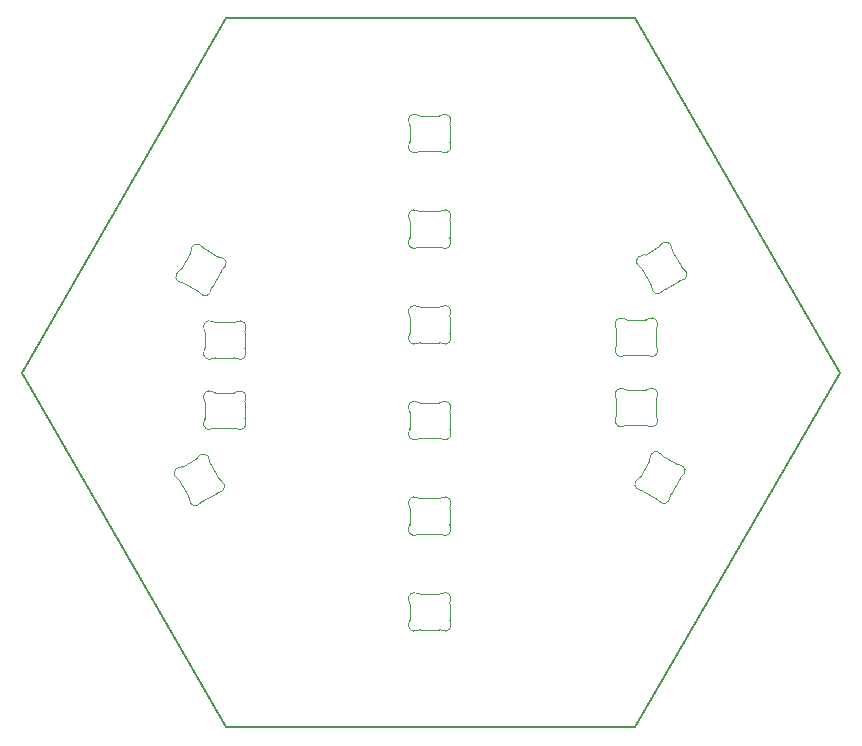
<source format=gbr>
%TF.GenerationSoftware,KiCad,Pcbnew,8.0.8*%
%TF.CreationDate,2025-04-07T13:28:21-04:00*%
%TF.ProjectId,pcb_tile_game_tile_aoa,7063625f-7469-46c6-955f-67616d655f74,1.0*%
%TF.SameCoordinates,Original*%
%TF.FileFunction,Profile,NP*%
%FSLAX46Y46*%
G04 Gerber Fmt 4.6, Leading zero omitted, Abs format (unit mm)*
G04 Created by KiCad (PCBNEW 8.0.8) date 2025-04-07 13:28:21*
%MOMM*%
%LPD*%
G01*
G04 APERTURE LIST*
%TA.AperFunction,Profile*%
%ADD10C,0.200000*%
%TD*%
%TA.AperFunction,Profile*%
%ADD11C,0.100000*%
%TD*%
G04 APERTURE END LIST*
D10*
X122739492Y-110000000D02*
X157380508Y-110000000D01*
X157380508Y-110000000D02*
X174701016Y-80000000D01*
X174701016Y-80000000D02*
X157380508Y-50000000D01*
X122739492Y-50000000D02*
X105418984Y-80000000D01*
X105418984Y-80000000D02*
X122739492Y-110000000D01*
X157380508Y-50000000D02*
X122739492Y-50000000D01*
D11*
%TO.C,LED2*%
X138260001Y-92852842D02*
X138260001Y-91447158D01*
X139165547Y-90650001D02*
X140754452Y-90650001D01*
X140754452Y-93650000D02*
X139165548Y-93650000D01*
X141659999Y-91447158D02*
X141659999Y-92852842D01*
X138210516Y-91230280D02*
G75*
G02*
X138260003Y-91447157I-449816J-216724D01*
G01*
X138210516Y-91230280D02*
G75*
G02*
X138913287Y-90581705I450514J216876D01*
G01*
X138260001Y-92852842D02*
G75*
G02*
X138210514Y-93069719I-499701J-62D01*
G01*
X138913289Y-93718299D02*
G75*
G02*
X138210522Y-93069722I-252259J431695D01*
G01*
X138913289Y-93718299D02*
G75*
G02*
X139165548Y-93649999I252261J-431705D01*
G01*
X139165547Y-90650001D02*
G75*
G02*
X138913289Y-90581702I3J500007D01*
G01*
X140754452Y-93650000D02*
G75*
G02*
X141006710Y-93718299I-3J-500009D01*
G01*
X141006711Y-90581701D02*
G75*
G02*
X140754453Y-90650000I-252261J431710D01*
G01*
X141006711Y-90581701D02*
G75*
G02*
X141709484Y-91230280I252258J-431701D01*
G01*
X141659999Y-91447158D02*
G75*
G02*
X141709484Y-91230280I499990J2D01*
G01*
X141709484Y-93069720D02*
G75*
G02*
X141006711Y-93718297I-450515J-216877D01*
G01*
X141709484Y-93069720D02*
G75*
G02*
X141659999Y-92852843I450505J216876D01*
G01*
%TO.C,LED12*%
X120910001Y-83882842D02*
X120910001Y-82477158D01*
X121815547Y-81680001D02*
X123404452Y-81680001D01*
X123404452Y-84680000D02*
X121815548Y-84680000D01*
X124309999Y-82477158D02*
X124309999Y-83882842D01*
X120860516Y-82260280D02*
G75*
G02*
X120910003Y-82477157I-449816J-216724D01*
G01*
X120860516Y-82260280D02*
G75*
G02*
X121563287Y-81611705I450514J216876D01*
G01*
X120910001Y-83882842D02*
G75*
G02*
X120860514Y-84099719I-499701J-62D01*
G01*
X121563289Y-84748299D02*
G75*
G02*
X120860522Y-84099722I-252259J431695D01*
G01*
X121563289Y-84748299D02*
G75*
G02*
X121815548Y-84679999I252261J-431705D01*
G01*
X121815547Y-81680001D02*
G75*
G02*
X121563289Y-81611702I3J500007D01*
G01*
X123404452Y-84680000D02*
G75*
G02*
X123656710Y-84748299I-3J-500009D01*
G01*
X123656711Y-81611701D02*
G75*
G02*
X123404453Y-81680000I-252261J431710D01*
G01*
X123656711Y-81611701D02*
G75*
G02*
X124359484Y-82260280I252258J-431701D01*
G01*
X124309999Y-82477158D02*
G75*
G02*
X124359484Y-82260280I499990J2D01*
G01*
X124359484Y-84099720D02*
G75*
G02*
X123656711Y-84748297I-450515J-216877D01*
G01*
X124359484Y-84099720D02*
G75*
G02*
X124309999Y-83882843I450505J216876D01*
G01*
%TO.C,LED10*%
X158151802Y-70002513D02*
X159369160Y-69299669D01*
X158708669Y-72561349D02*
X157914218Y-71185316D01*
X160512291Y-69685318D02*
X161306744Y-71061349D01*
X161069160Y-72244155D02*
X159851801Y-72946995D01*
X157728938Y-71001006D02*
G75*
G02*
X157914217Y-71185317I-247728J-434310D01*
G01*
X157728938Y-71001006D02*
G75*
G02*
X157939239Y-70068100I247730J434312D01*
G01*
X158151802Y-70002513D02*
G75*
G02*
X157939237Y-70068094I-249904J432724D01*
G01*
X158708669Y-72561349D02*
G75*
G02*
X158775650Y-72813959I-433054J-250011D01*
G01*
X159532240Y-69148373D02*
G75*
G02*
X159369161Y-69299668I-413220J281867D01*
G01*
X159532240Y-69148373D02*
G75*
G02*
X160445310Y-69432704I413077J-281721D01*
G01*
X159688722Y-73098291D02*
G75*
G02*
X158775651Y-72813960I-413078J281720D01*
G01*
X159688722Y-73098291D02*
G75*
G02*
X159851800Y-72946997I413062J-281696D01*
G01*
X160512291Y-69685318D02*
G75*
G02*
X160445314Y-69432704I432964J249981D01*
G01*
X161069160Y-72244155D02*
G75*
G02*
X161281723Y-72178571I250000J-433012D01*
G01*
X161492022Y-71245662D02*
G75*
G02*
X161281723Y-72178570I-247731J-434313D01*
G01*
X161492022Y-71245662D02*
G75*
G02*
X161306745Y-71061349I247752J434326D01*
G01*
%TO.C,LED5*%
X138260001Y-68552842D02*
X138260001Y-67147158D01*
X139165547Y-66350001D02*
X140754452Y-66350001D01*
X140754452Y-69350000D02*
X139165548Y-69350000D01*
X141659999Y-67147158D02*
X141659999Y-68552842D01*
X138210516Y-66930280D02*
G75*
G02*
X138260003Y-67147157I-449816J-216724D01*
G01*
X138210516Y-66930280D02*
G75*
G02*
X138913287Y-66281705I450514J216876D01*
G01*
X138260001Y-68552842D02*
G75*
G02*
X138210514Y-68769719I-499701J-62D01*
G01*
X138913289Y-69418299D02*
G75*
G02*
X138210522Y-68769722I-252259J431695D01*
G01*
X138913289Y-69418299D02*
G75*
G02*
X139165548Y-69349999I252261J-431705D01*
G01*
X139165547Y-66350001D02*
G75*
G02*
X138913289Y-66281702I3J500007D01*
G01*
X140754452Y-69350000D02*
G75*
G02*
X141006710Y-69418299I-3J-500009D01*
G01*
X141006711Y-66281701D02*
G75*
G02*
X140754453Y-66350000I-252261J431710D01*
G01*
X141006711Y-66281701D02*
G75*
G02*
X141709484Y-66930280I252258J-431701D01*
G01*
X141659999Y-67147158D02*
G75*
G02*
X141709484Y-66930280I499990J2D01*
G01*
X141709484Y-68769720D02*
G75*
G02*
X141006711Y-69418297I-450515J-216877D01*
G01*
X141709484Y-68769720D02*
G75*
G02*
X141659999Y-68552843I450505J216876D01*
G01*
%TO.C,LED1*%
X138260001Y-100952842D02*
X138260001Y-99547158D01*
X139165547Y-98750001D02*
X140754452Y-98750001D01*
X140754452Y-101750000D02*
X139165548Y-101750000D01*
X141659999Y-99547158D02*
X141659999Y-100952842D01*
X138210516Y-99330280D02*
G75*
G02*
X138260003Y-99547157I-449816J-216724D01*
G01*
X138210516Y-99330280D02*
G75*
G02*
X138913287Y-98681705I450514J216876D01*
G01*
X138260001Y-100952842D02*
G75*
G02*
X138210514Y-101169719I-499701J-62D01*
G01*
X138913289Y-101818299D02*
G75*
G02*
X138210522Y-101169722I-252259J431695D01*
G01*
X138913289Y-101818299D02*
G75*
G02*
X139165548Y-101749999I252261J-431705D01*
G01*
X139165547Y-98750001D02*
G75*
G02*
X138913289Y-98681702I3J500007D01*
G01*
X140754452Y-101750000D02*
G75*
G02*
X141006710Y-101818299I-3J-500009D01*
G01*
X141006711Y-98681701D02*
G75*
G02*
X140754453Y-98750000I-252261J431710D01*
G01*
X141006711Y-98681701D02*
G75*
G02*
X141709484Y-99330280I252258J-431701D01*
G01*
X141659999Y-99547158D02*
G75*
G02*
X141709484Y-99330280I499990J2D01*
G01*
X141709484Y-101169720D02*
G75*
G02*
X141006711Y-101818297I-450515J-216877D01*
G01*
X141709484Y-101169720D02*
G75*
G02*
X141659999Y-100952843I450505J216876D01*
G01*
%TO.C,LED3*%
X138260001Y-84752842D02*
X138260001Y-83347158D01*
X139165547Y-82550001D02*
X140754452Y-82550001D01*
X140754452Y-85550000D02*
X139165548Y-85550000D01*
X141659999Y-83347158D02*
X141659999Y-84752842D01*
X138210516Y-83130280D02*
G75*
G02*
X138260003Y-83347157I-449816J-216724D01*
G01*
X138210516Y-83130280D02*
G75*
G02*
X138913287Y-82481705I450514J216876D01*
G01*
X138260001Y-84752842D02*
G75*
G02*
X138210514Y-84969719I-499701J-62D01*
G01*
X138913289Y-85618299D02*
G75*
G02*
X138210522Y-84969722I-252259J431695D01*
G01*
X138913289Y-85618299D02*
G75*
G02*
X139165548Y-85549999I252261J-431705D01*
G01*
X139165547Y-82550001D02*
G75*
G02*
X138913289Y-82481702I3J500007D01*
G01*
X140754452Y-85550000D02*
G75*
G02*
X141006710Y-85618299I-3J-500009D01*
G01*
X141006711Y-82481701D02*
G75*
G02*
X140754453Y-82550000I-252261J431710D01*
G01*
X141006711Y-82481701D02*
G75*
G02*
X141709484Y-83130280I252258J-431701D01*
G01*
X141659999Y-83347158D02*
G75*
G02*
X141709484Y-83130280I499990J2D01*
G01*
X141709484Y-84969720D02*
G75*
G02*
X141006711Y-85618297I-450515J-216877D01*
G01*
X141709484Y-84969720D02*
G75*
G02*
X141659999Y-84752843I450505J216876D01*
G01*
%TO.C,LED7*%
X157764218Y-88811351D02*
X158558669Y-87435319D01*
X159219160Y-90696997D02*
X158001802Y-89994155D01*
X159701801Y-87049670D02*
X160919159Y-87752513D01*
X161156745Y-88935318D02*
X160362292Y-90311350D01*
X157764218Y-88811351D02*
G75*
G02*
X157578938Y-88995662I-433031J250025D01*
G01*
X157789238Y-89928571D02*
G75*
G02*
X157578940Y-88995667I37436J498594D01*
G01*
X157789238Y-89928571D02*
G75*
G02*
X158001793Y-89994168I-37710J-499364D01*
G01*
X158625649Y-87182705D02*
G75*
G02*
X158558669Y-87435318I-499997J-2612D01*
G01*
X158625649Y-87182705D02*
G75*
G02*
X159538722Y-86898377I499995J2605D01*
G01*
X159219160Y-90696997D02*
G75*
G02*
X159382238Y-90848293I-249797J-432785D01*
G01*
X159701801Y-87049670D02*
G75*
G02*
X159538722Y-86898377I249946J432955D01*
G01*
X160295312Y-90563962D02*
G75*
G02*
X159382243Y-90848288I-499989J-2615D01*
G01*
X160295312Y-90563962D02*
G75*
G02*
X160362292Y-90311350I499998J2612D01*
G01*
X161131724Y-87818096D02*
G75*
G02*
X160919159Y-87752513I37387J498449D01*
G01*
X161131724Y-87818096D02*
G75*
G02*
X161342021Y-88751003I-37436J-498595D01*
G01*
X161156745Y-88935318D02*
G75*
G02*
X161342022Y-88751006I433013J-250002D01*
G01*
%TO.C,LED14*%
X118904217Y-71234683D02*
X119698669Y-69858651D01*
X120359160Y-73120329D02*
X119141802Y-72417487D01*
X120841801Y-69473003D02*
X122059159Y-70175845D01*
X122296745Y-71358650D02*
X121502293Y-72734682D01*
X118904217Y-71234683D02*
G75*
G02*
X118718939Y-71418995I-433018J250006D01*
G01*
X118929238Y-72351904D02*
G75*
G02*
X118718940Y-71418997I37436J498595D01*
G01*
X118929238Y-72351904D02*
G75*
G02*
X119141802Y-72417485I-37220J-497914D01*
G01*
X119765649Y-69606038D02*
G75*
G02*
X119698669Y-69858650I-500002J-2610D01*
G01*
X119765649Y-69606038D02*
G75*
G02*
X120678722Y-69321708I499994J2610D01*
G01*
X120359160Y-73120329D02*
G75*
G02*
X120522238Y-73271625I-249797J-432785D01*
G01*
X120841801Y-69473003D02*
G75*
G02*
X120678722Y-69321708I249982J432991D01*
G01*
X121435312Y-72987294D02*
G75*
G02*
X120522243Y-73271620I-499989J-2615D01*
G01*
X121435312Y-72987294D02*
G75*
G02*
X121502293Y-72734682I500046J2596D01*
G01*
X122271723Y-70241428D02*
G75*
G02*
X122059160Y-70175845I37433J498586D01*
G01*
X122271723Y-70241428D02*
G75*
G02*
X122482021Y-71174337I-37435J-498596D01*
G01*
X122296745Y-71358650D02*
G75*
G02*
X122482022Y-71174338I433013J-250002D01*
G01*
%TO.C,LED8*%
X155760001Y-83652842D02*
X155760001Y-82247158D01*
X156665547Y-81450001D02*
X158254452Y-81450001D01*
X158254452Y-84450000D02*
X156665548Y-84450000D01*
X159159999Y-82247158D02*
X159159999Y-83652842D01*
X155710516Y-82030280D02*
G75*
G02*
X155760003Y-82247157I-449816J-216724D01*
G01*
X155710516Y-82030280D02*
G75*
G02*
X156413287Y-81381705I450514J216876D01*
G01*
X155760001Y-83652842D02*
G75*
G02*
X155710514Y-83869719I-499701J-62D01*
G01*
X156413289Y-84518299D02*
G75*
G02*
X155710522Y-83869722I-252259J431695D01*
G01*
X156413289Y-84518299D02*
G75*
G02*
X156665548Y-84449999I252261J-431705D01*
G01*
X156665547Y-81450001D02*
G75*
G02*
X156413289Y-81381702I3J500007D01*
G01*
X158254452Y-84450000D02*
G75*
G02*
X158506710Y-84518299I-3J-500009D01*
G01*
X158506711Y-81381701D02*
G75*
G02*
X158254453Y-81450000I-252261J431710D01*
G01*
X158506711Y-81381701D02*
G75*
G02*
X159209484Y-82030280I252258J-431701D01*
G01*
X159159999Y-82247158D02*
G75*
G02*
X159209484Y-82030280I499990J2D01*
G01*
X159209484Y-83869720D02*
G75*
G02*
X158506711Y-84518297I-450515J-216877D01*
G01*
X159209484Y-83869720D02*
G75*
G02*
X159159999Y-83652843I450505J216876D01*
G01*
%TO.C,LED11*%
X119001802Y-87942513D02*
X120219160Y-87239671D01*
X119558669Y-90501350D02*
X118764216Y-89125319D01*
X121362291Y-87625318D02*
X122156744Y-89001350D01*
X121919159Y-90184155D02*
X120701801Y-90886997D01*
X118578938Y-88941005D02*
G75*
G02*
X118764216Y-89125319I-247695J-434270D01*
G01*
X118578938Y-88941005D02*
G75*
G02*
X118789239Y-88008103I247730J434310D01*
G01*
X119001802Y-87942513D02*
G75*
G02*
X118789237Y-88008094I-249904J432723D01*
G01*
X119558669Y-90501350D02*
G75*
G02*
X119625649Y-90753961I-433015J-249999D01*
G01*
X120382239Y-87088377D02*
G75*
G02*
X120219162Y-87239672I-412596J281191D01*
G01*
X120382239Y-87088377D02*
G75*
G02*
X121295309Y-87372707I413078J-281718D01*
G01*
X120538722Y-91038292D02*
G75*
G02*
X119625651Y-90753961I-413078J281720D01*
G01*
X120538722Y-91038292D02*
G75*
G02*
X120701800Y-90886998I413062J-281696D01*
G01*
X121362291Y-87625318D02*
G75*
G02*
X121295311Y-87372707I433021J250001D01*
G01*
X121919159Y-90184155D02*
G75*
G02*
X122131724Y-90118572I249966J-432912D01*
G01*
X122342023Y-89185663D02*
G75*
G02*
X122131724Y-90118573I-247735J-434313D01*
G01*
X122342023Y-89185663D02*
G75*
G02*
X122156745Y-89001350I247741J434320D01*
G01*
%TO.C,LED4*%
X138260001Y-76652842D02*
X138260001Y-75247158D01*
X139165547Y-74450001D02*
X140754452Y-74450001D01*
X140754452Y-77450000D02*
X139165548Y-77450000D01*
X141659999Y-75247158D02*
X141659999Y-76652842D01*
X138210516Y-75030280D02*
G75*
G02*
X138260003Y-75247157I-449816J-216724D01*
G01*
X138210516Y-75030280D02*
G75*
G02*
X138913287Y-74381705I450514J216876D01*
G01*
X138260001Y-76652842D02*
G75*
G02*
X138210514Y-76869719I-499701J-62D01*
G01*
X138913289Y-77518299D02*
G75*
G02*
X138210522Y-76869722I-252259J431695D01*
G01*
X138913289Y-77518299D02*
G75*
G02*
X139165548Y-77449999I252261J-431705D01*
G01*
X139165547Y-74450001D02*
G75*
G02*
X138913289Y-74381702I3J500007D01*
G01*
X140754452Y-77450000D02*
G75*
G02*
X141006710Y-77518299I-3J-500009D01*
G01*
X141006711Y-74381701D02*
G75*
G02*
X140754453Y-74450000I-252261J431710D01*
G01*
X141006711Y-74381701D02*
G75*
G02*
X141709484Y-75030280I252258J-431701D01*
G01*
X141659999Y-75247158D02*
G75*
G02*
X141709484Y-75030280I499990J2D01*
G01*
X141709484Y-76869720D02*
G75*
G02*
X141006711Y-77518297I-450515J-216877D01*
G01*
X141709484Y-76869720D02*
G75*
G02*
X141659999Y-76652843I450505J216876D01*
G01*
%TO.C,LED6*%
X138260001Y-60452842D02*
X138260001Y-59047158D01*
X139165547Y-58250001D02*
X140754452Y-58250001D01*
X140754452Y-61250000D02*
X139165548Y-61250000D01*
X141659999Y-59047158D02*
X141659999Y-60452842D01*
X138210516Y-58830280D02*
G75*
G02*
X138260003Y-59047157I-449816J-216724D01*
G01*
X138210516Y-58830280D02*
G75*
G02*
X138913287Y-58181705I450514J216876D01*
G01*
X138260001Y-60452842D02*
G75*
G02*
X138210514Y-60669719I-499701J-62D01*
G01*
X138913289Y-61318299D02*
G75*
G02*
X138210522Y-60669722I-252259J431695D01*
G01*
X138913289Y-61318299D02*
G75*
G02*
X139165548Y-61249999I252261J-431705D01*
G01*
X139165547Y-58250001D02*
G75*
G02*
X138913289Y-58181702I3J500007D01*
G01*
X140754452Y-61250000D02*
G75*
G02*
X141006710Y-61318299I-3J-500009D01*
G01*
X141006711Y-58181701D02*
G75*
G02*
X140754453Y-58250000I-252261J431710D01*
G01*
X141006711Y-58181701D02*
G75*
G02*
X141709484Y-58830280I252258J-431701D01*
G01*
X141659999Y-59047158D02*
G75*
G02*
X141709484Y-58830280I499990J2D01*
G01*
X141709484Y-60669720D02*
G75*
G02*
X141006711Y-61318297I-450515J-216877D01*
G01*
X141709484Y-60669720D02*
G75*
G02*
X141659999Y-60452843I450505J216876D01*
G01*
%TO.C,LED9*%
X155760001Y-77702842D02*
X155760001Y-76297158D01*
X156665547Y-75500001D02*
X158254452Y-75500001D01*
X158254452Y-78500000D02*
X156665548Y-78500000D01*
X159159999Y-76297158D02*
X159159999Y-77702842D01*
X155710516Y-76080280D02*
G75*
G02*
X155760003Y-76297157I-449816J-216724D01*
G01*
X155710516Y-76080280D02*
G75*
G02*
X156413287Y-75431705I450514J216876D01*
G01*
X155760001Y-77702842D02*
G75*
G02*
X155710514Y-77919719I-499701J-62D01*
G01*
X156413289Y-78568299D02*
G75*
G02*
X155710522Y-77919722I-252259J431695D01*
G01*
X156413289Y-78568299D02*
G75*
G02*
X156665548Y-78499999I252261J-431705D01*
G01*
X156665547Y-75500001D02*
G75*
G02*
X156413289Y-75431702I3J500007D01*
G01*
X158254452Y-78500000D02*
G75*
G02*
X158506710Y-78568299I-3J-500009D01*
G01*
X158506711Y-75431701D02*
G75*
G02*
X158254453Y-75500000I-252261J431710D01*
G01*
X158506711Y-75431701D02*
G75*
G02*
X159209484Y-76080280I252258J-431701D01*
G01*
X159159999Y-76297158D02*
G75*
G02*
X159209484Y-76080280I499990J2D01*
G01*
X159209484Y-77919720D02*
G75*
G02*
X158506711Y-78568297I-450515J-216877D01*
G01*
X159209484Y-77919720D02*
G75*
G02*
X159159999Y-77702843I450505J216876D01*
G01*
%TO.C,LED13*%
X120910001Y-77942842D02*
X120910001Y-76537158D01*
X121815547Y-75740001D02*
X123404452Y-75740001D01*
X123404452Y-78740000D02*
X121815548Y-78740000D01*
X124309999Y-76537158D02*
X124309999Y-77942842D01*
X120860516Y-76320280D02*
G75*
G02*
X120910003Y-76537157I-449816J-216724D01*
G01*
X120860516Y-76320280D02*
G75*
G02*
X121563287Y-75671705I450514J216876D01*
G01*
X120910001Y-77942842D02*
G75*
G02*
X120860514Y-78159719I-499701J-62D01*
G01*
X121563289Y-78808299D02*
G75*
G02*
X120860522Y-78159722I-252259J431695D01*
G01*
X121563289Y-78808299D02*
G75*
G02*
X121815548Y-78739999I252261J-431705D01*
G01*
X121815547Y-75740001D02*
G75*
G02*
X121563289Y-75671702I3J500007D01*
G01*
X123404452Y-78740000D02*
G75*
G02*
X123656710Y-78808299I-3J-500009D01*
G01*
X123656711Y-75671701D02*
G75*
G02*
X123404453Y-75740000I-252261J431710D01*
G01*
X123656711Y-75671701D02*
G75*
G02*
X124359484Y-76320280I252258J-431701D01*
G01*
X124309999Y-76537158D02*
G75*
G02*
X124359484Y-76320280I499990J2D01*
G01*
X124359484Y-78159720D02*
G75*
G02*
X123656711Y-78808297I-450515J-216877D01*
G01*
X124359484Y-78159720D02*
G75*
G02*
X124309999Y-77942843I450505J216876D01*
G01*
%TD*%
M02*

</source>
